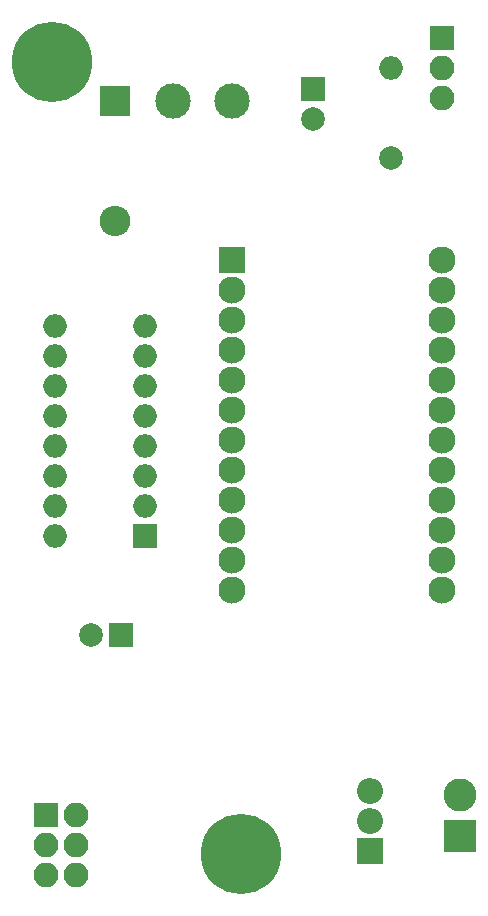
<source format=gbr>
G04 #@! TF.FileFunction,Soldermask,Bot*
%FSLAX46Y46*%
G04 Gerber Fmt 4.6, Leading zero omitted, Abs format (unit mm)*
G04 Created by KiCad (PCBNEW 4.0.7) date 11/12/17 23:12:21*
%MOMM*%
%LPD*%
G01*
G04 APERTURE LIST*
%ADD10C,0.100000*%
%ADD11R,2.300000X2.300000*%
%ADD12C,2.300000*%
%ADD13R,2.000000X2.000000*%
%ADD14C,2.000000*%
%ADD15R,2.600000X2.600000*%
%ADD16O,2.600000X2.600000*%
%ADD17R,2.100000X2.100000*%
%ADD18O,2.100000X2.100000*%
%ADD19C,2.800000*%
%ADD20R,2.800000X2.800000*%
%ADD21C,3.000000*%
%ADD22O,2.000000X2.000000*%
%ADD23C,6.800000*%
%ADD24R,2.200000X2.200000*%
%ADD25O,2.200000X2.200000*%
G04 APERTURE END LIST*
D10*
D11*
X162308540Y-69861720D03*
D12*
X162308540Y-72401720D03*
X162308540Y-74941720D03*
X162308540Y-77481720D03*
X162308540Y-80021720D03*
X162308540Y-82561720D03*
X162308540Y-85101720D03*
X162308540Y-87641720D03*
X162308540Y-90181720D03*
X162308540Y-92721720D03*
X162308540Y-95261720D03*
X162308540Y-97801720D03*
X180088540Y-69861720D03*
X180088540Y-72401720D03*
X180088540Y-74941720D03*
X180088540Y-77481720D03*
X180088540Y-80021720D03*
X180088540Y-82561720D03*
X180088540Y-85101720D03*
X180088540Y-87641720D03*
X180088540Y-90181720D03*
X180088540Y-92721720D03*
X180088540Y-95261720D03*
X180088540Y-97801720D03*
D13*
X169164000Y-55412000D03*
D14*
X169164000Y-57912000D03*
D13*
X152908000Y-101600000D03*
D14*
X150408000Y-101600000D03*
D15*
X152400000Y-56388000D03*
D16*
X152400000Y-66548000D03*
D17*
X180086000Y-51054000D03*
D18*
X180086000Y-53594000D03*
X180086000Y-56134000D03*
D17*
X146558000Y-116840000D03*
D18*
X149098000Y-116840000D03*
X146558000Y-119380000D03*
X149098000Y-119380000D03*
X146558000Y-121920000D03*
X149098000Y-121920000D03*
D19*
X181610000Y-115118000D03*
D20*
X181610000Y-118618000D03*
D21*
X162306000Y-56388000D03*
X157306000Y-56388000D03*
D14*
X175768000Y-61214000D03*
D22*
X175768000Y-53594000D03*
D13*
X154940000Y-93218000D03*
D22*
X147320000Y-75438000D03*
X154940000Y-90678000D03*
X147320000Y-77978000D03*
X154940000Y-88138000D03*
X147320000Y-80518000D03*
X154940000Y-85598000D03*
X147320000Y-83058000D03*
X154940000Y-83058000D03*
X147320000Y-85598000D03*
X154940000Y-80518000D03*
X147320000Y-88138000D03*
X154940000Y-77978000D03*
X147320000Y-90678000D03*
X154940000Y-75438000D03*
X147320000Y-93218000D03*
D23*
X147066000Y-53086000D03*
X163068000Y-120142000D03*
D24*
X173990000Y-119888000D03*
D25*
X173990000Y-117348000D03*
X173990000Y-114808000D03*
M02*

</source>
